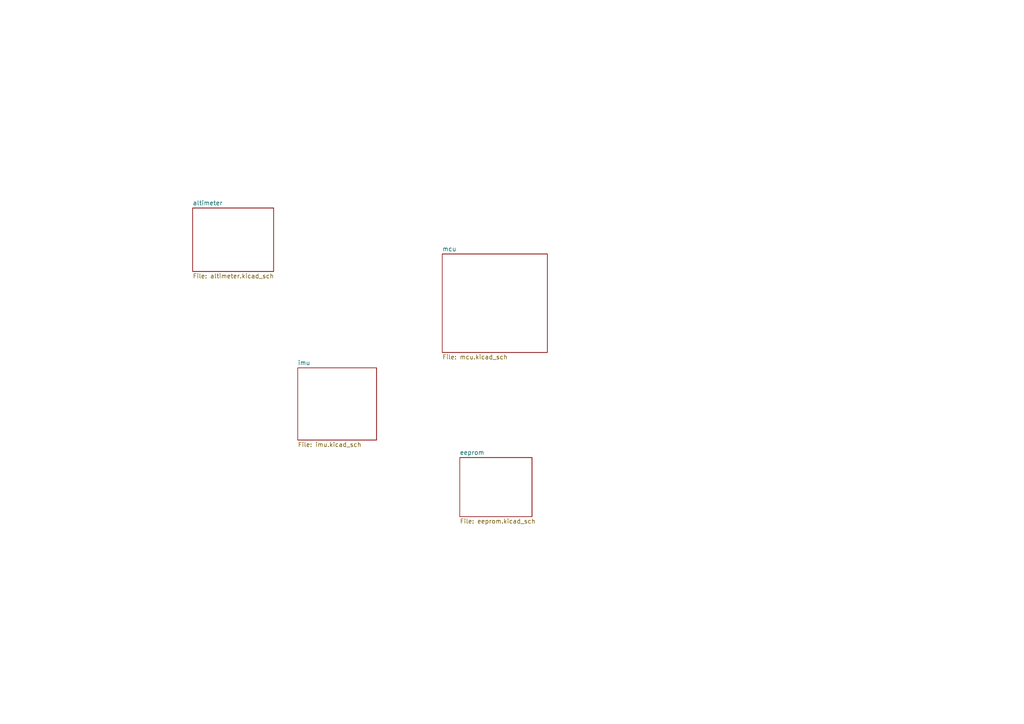
<source format=kicad_sch>
(kicad_sch
	(version 20250114)
	(generator "eeschema")
	(generator_version "9.0")
	(uuid "2bfbf9a0-d54c-4c70-8f53-69ec128eb219")
	(paper "A4")
	(lib_symbols)
	(sheet
		(at 133.35 132.715)
		(size 20.955 17.145)
		(exclude_from_sim no)
		(in_bom yes)
		(on_board yes)
		(dnp no)
		(fields_autoplaced yes)
		(stroke
			(width 0.1524)
			(type solid)
		)
		(fill
			(color 0 0 0 0.0000)
		)
		(uuid "3b1541dd-e97d-479a-896a-6b275f23b8c9")
		(property "Sheetname" "eeprom"
			(at 133.35 132.0034 0)
			(effects
				(font
					(size 1.27 1.27)
				)
				(justify left bottom)
			)
		)
		(property "Sheetfile" "eeprom.kicad_sch"
			(at 133.35 150.4446 0)
			(effects
				(font
					(size 1.27 1.27)
				)
				(justify left top)
			)
		)
		(instances
			(project "flight_controller"
				(path "/2bfbf9a0-d54c-4c70-8f53-69ec128eb219"
					(page "3")
				)
			)
		)
	)
	(sheet
		(at 86.36 106.68)
		(size 22.86 20.955)
		(exclude_from_sim no)
		(in_bom yes)
		(on_board yes)
		(dnp no)
		(fields_autoplaced yes)
		(stroke
			(width 0.1524)
			(type solid)
		)
		(fill
			(color 0 0 0 0.0000)
		)
		(uuid "9be51471-b33b-4569-999f-40f292e87d17")
		(property "Sheetname" "imu"
			(at 86.36 105.9684 0)
			(effects
				(font
					(size 1.27 1.27)
				)
				(justify left bottom)
			)
		)
		(property "Sheetfile" "imu.kicad_sch"
			(at 86.36 128.2196 0)
			(effects
				(font
					(size 1.27 1.27)
				)
				(justify left top)
			)
		)
		(instances
			(project "flight_controller"
				(path "/2bfbf9a0-d54c-4c70-8f53-69ec128eb219"
					(page "4")
				)
			)
		)
	)
	(sheet
		(at 128.27 73.66)
		(size 30.48 28.575)
		(exclude_from_sim no)
		(in_bom yes)
		(on_board yes)
		(dnp no)
		(fields_autoplaced yes)
		(stroke
			(width 0.1524)
			(type solid)
		)
		(fill
			(color 0 0 0 0.0000)
		)
		(uuid "eb47f130-ad5e-4f67-bbf1-46d0ab1f3286")
		(property "Sheetname" "mcu"
			(at 128.27 72.9484 0)
			(effects
				(font
					(size 1.27 1.27)
				)
				(justify left bottom)
			)
		)
		(property "Sheetfile" "mcu.kicad_sch"
			(at 128.27 102.8196 0)
			(effects
				(font
					(size 1.27 1.27)
				)
				(justify left top)
			)
		)
		(instances
			(project "flight_controller"
				(path "/2bfbf9a0-d54c-4c70-8f53-69ec128eb219"
					(page "2")
				)
			)
		)
	)
	(sheet
		(at 55.88 60.325)
		(size 23.495 18.415)
		(exclude_from_sim no)
		(in_bom yes)
		(on_board yes)
		(dnp no)
		(fields_autoplaced yes)
		(stroke
			(width 0.1524)
			(type solid)
		)
		(fill
			(color 0 0 0 0.0000)
		)
		(uuid "eb6b3827-a76e-486e-ad04-ba8913d87b77")
		(property "Sheetname" "altimeter"
			(at 55.88 59.6134 0)
			(effects
				(font
					(size 1.27 1.27)
				)
				(justify left bottom)
			)
		)
		(property "Sheetfile" "altimeter.kicad_sch"
			(at 55.88 79.3246 0)
			(effects
				(font
					(size 1.27 1.27)
				)
				(justify left top)
			)
		)
		(instances
			(project "flight_controller"
				(path "/2bfbf9a0-d54c-4c70-8f53-69ec128eb219"
					(page "5")
				)
			)
		)
	)
	(sheet_instances
		(path "/"
			(page "1")
		)
	)
	(embedded_fonts no)
)

</source>
